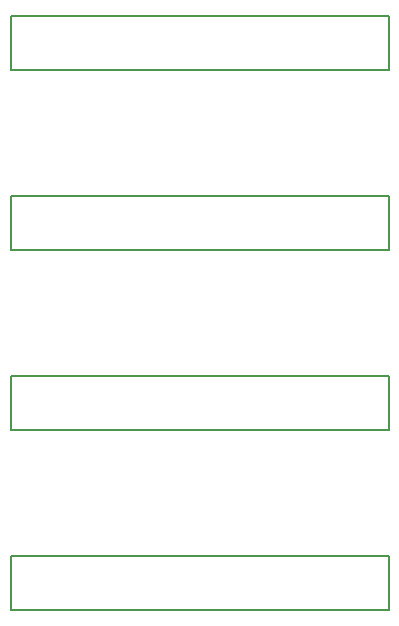
<source format=gbr>
G04 #@! TF.FileFunction,Other,ECO2*
%FSLAX46Y46*%
G04 Gerber Fmt 4.6, Leading zero omitted, Abs format (unit mm)*
G04 Created by KiCad (PCBNEW no-vcs-found-product) date Qui 14 Abr 2016 10:23:32 BRT*
%MOMM*%
G01*
G04 APERTURE LIST*
%ADD10C,0.100000*%
%ADD11C,0.200000*%
G04 APERTURE END LIST*
D10*
D11*
X50038000Y-99568000D02*
X50038000Y-94996000D01*
X50038000Y-94996000D02*
X82042000Y-94996000D01*
X82042000Y-99568000D02*
X50038000Y-99568000D01*
X82042000Y-94996000D02*
X82042000Y-99568000D01*
X82042000Y-84328000D02*
X50038000Y-84328000D01*
X82042000Y-79756000D02*
X82042000Y-84328000D01*
X50038000Y-79756000D02*
X82042000Y-79756000D01*
X50038000Y-84328000D02*
X50038000Y-79756000D01*
X82042000Y-64516000D02*
X50038000Y-64516000D01*
X82042000Y-69088000D02*
X82042000Y-64516000D01*
X50038000Y-69088000D02*
X82042000Y-69088000D01*
X50038000Y-64516000D02*
X50038000Y-69088000D01*
X82042000Y-53848000D02*
X50038000Y-53848000D01*
X82042000Y-49276000D02*
X82042000Y-53848000D01*
X50038000Y-49276000D02*
X82042000Y-49276000D01*
X50038000Y-53848000D02*
X50038000Y-49276000D01*
M02*

</source>
